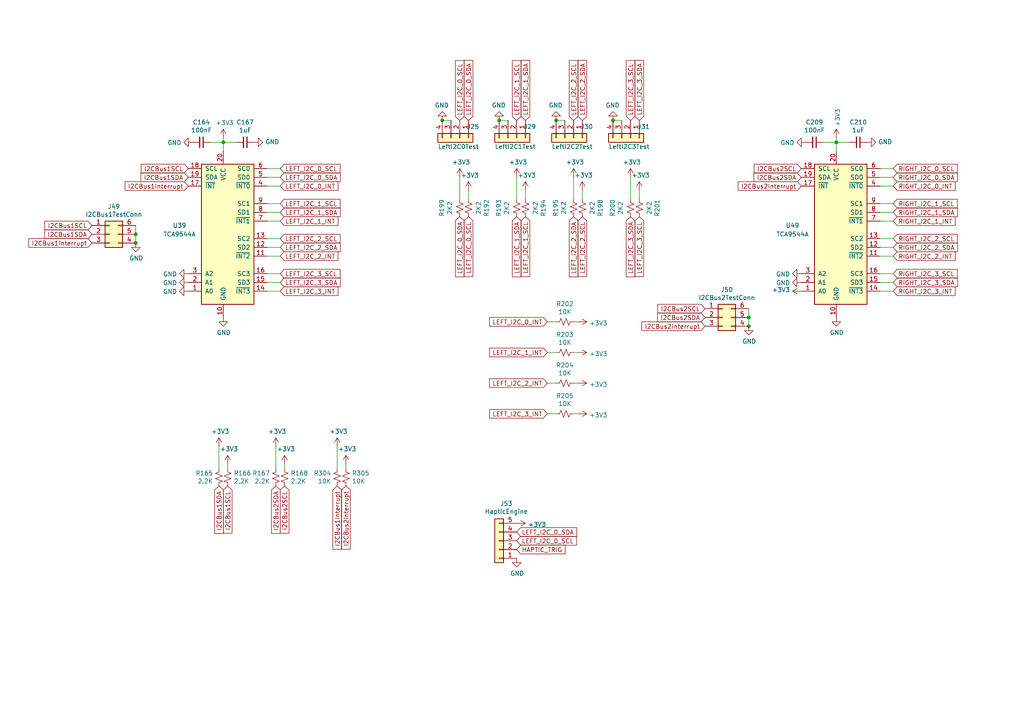
<source format=kicad_sch>
(kicad_sch (version 20210621) (generator eeschema)
  (paper "A4")
  (lib_symbols
    (symbol "Connector_Generic:Conn_01x04" (pin_names (offset 1.016) hide)
      (property "Reference" "J" (at 0 5.08 0))
      (property "Value" "Conn_01x04" (at 0 -7.62 0))
      (symbol "Conn_01x04_1_1"
        (rectangle (start -1.27 -4.953) (end 0 -5.207) (stroke (width 0.1524)))
        (rectangle (start -1.27 -2.413) (end 0 -2.667) (stroke (width 0.1524)))
        (rectangle (start -1.27 0.127) (end 0 -0.127) (stroke (width 0.1524)))
        (rectangle (start -1.27 2.667) (end 0 2.413) (stroke (width 0.1524)))
        (rectangle (start -1.27 3.81) (end 1.27 -6.35) (stroke (width 0.254)) (fill (type background)))
        (pin passive line (at -5.08 2.54 0) (length 3.81) (name "Pin_1") (number "1"))
        (pin passive line (at -5.08 0 0) (length 3.81) (name "Pin_2") (number "2"))
        (pin passive line (at -5.08 -2.54 0) (length 3.81) (name "Pin_3") (number "3"))
        (pin passive line (at -5.08 -5.08 0) (length 3.81) (name "Pin_4") (number "4"))
      )
    )
    (symbol "Connector_Generic:Conn_01x05" (pin_names (offset 1.016) hide)
      (property "Reference" "J" (at 0 7.62 0))
      (property "Value" "Conn_01x05" (at 0 -7.62 0))
      (symbol "Conn_01x05_1_1"
        (rectangle (start -1.27 -4.953) (end 0 -5.207) (stroke (width 0.1524)))
        (rectangle (start -1.27 -2.413) (end 0 -2.667) (stroke (width 0.1524)))
        (rectangle (start -1.27 0.127) (end 0 -0.127) (stroke (width 0.1524)))
        (rectangle (start -1.27 2.667) (end 0 2.413) (stroke (width 0.1524)))
        (rectangle (start -1.27 5.207) (end 0 4.953) (stroke (width 0.1524)))
        (rectangle (start -1.27 6.35) (end 1.27 -6.35) (stroke (width 0.254)) (fill (type background)))
        (pin passive line (at -5.08 5.08 0) (length 3.81) (name "Pin_1") (number "1"))
        (pin passive line (at -5.08 2.54 0) (length 3.81) (name "Pin_2") (number "2"))
        (pin passive line (at -5.08 0 0) (length 3.81) (name "Pin_3") (number "3"))
        (pin passive line (at -5.08 -2.54 0) (length 3.81) (name "Pin_4") (number "4"))
        (pin passive line (at -5.08 -5.08 0) (length 3.81) (name "Pin_5") (number "5"))
      )
    )
    (symbol "Connector_Generic:Conn_02x03_Counter_Clockwise" (pin_names (offset 1.016) hide)
      (property "Reference" "J" (at 1.27 5.08 0))
      (property "Value" "Conn_02x03_Counter_Clockwise" (at 1.27 -5.08 0))
      (symbol "Conn_02x03_Counter_Clockwise_1_1"
        (rectangle (start -1.27 -2.413) (end 0 -2.667) (stroke (width 0.1524)))
        (rectangle (start -1.27 0.127) (end 0 -0.127) (stroke (width 0.1524)))
        (rectangle (start -1.27 2.667) (end 0 2.413) (stroke (width 0.1524)))
        (rectangle (start 3.81 -2.413) (end 2.54 -2.667) (stroke (width 0.1524)))
        (rectangle (start 3.81 0.127) (end 2.54 -0.127) (stroke (width 0.1524)))
        (rectangle (start 3.81 2.667) (end 2.54 2.413) (stroke (width 0.1524)))
        (rectangle (start -1.27 3.81) (end 3.81 -3.81) (stroke (width 0.254)) (fill (type background)))
        (pin passive line (at -5.08 2.54 0) (length 3.81) (name "Pin_1") (number "1"))
        (pin passive line (at -5.08 0 0) (length 3.81) (name "Pin_2") (number "2"))
        (pin passive line (at -5.08 -2.54 0) (length 3.81) (name "Pin_3") (number "3"))
        (pin passive line (at 7.62 -2.54 180) (length 3.81) (name "Pin_4") (number "4"))
        (pin passive line (at 7.62 0 180) (length 3.81) (name "Pin_5") (number "5"))
        (pin passive line (at 7.62 2.54 180) (length 3.81) (name "Pin_6") (number "6"))
      )
    )
    (symbol "Device:C_Small" (pin_numbers hide) (pin_names (offset 0.254) hide)
      (property "Reference" "C" (at 0.254 1.778 0))
      (property "Value" "C_Small" (at 0.254 -2.032 0))
      (symbol "C_Small_0_1"
        (polyline (pts (xy -1.524 -0.508) (xy 1.524 -0.508)) (stroke (width 0.3302)))
        (polyline (pts (xy -1.524 0.508) (xy 1.524 0.508)) (stroke (width 0.3048)))
      )
      (symbol "C_Small_1_1"
        (pin passive line (at 0 2.54 270) (length 2.032) (name "~") (number "1"))
        (pin passive line (at 0 -2.54 90) (length 2.032) (name "~") (number "2"))
      )
    )
    (symbol "Device:R_Small_US" (pin_numbers hide) (pin_names (offset 0.254) hide)
      (property "Reference" "R" (at 0.762 0.508 0))
      (property "Value" "R_Small_US" (at 0.762 -1.016 0))
      (symbol "R_Small_US_1_1"
        (polyline (pts (xy 0 0) (xy 1.016 -0.381) (xy 0 -0.762) (xy -1.016 -1.143) (xy 0 -1.524)))
        (polyline (pts (xy 0 1.524) (xy 1.016 1.143) (xy 0 0.762) (xy -1.016 0.381) (xy 0 0)))
        (pin passive line (at 0 2.54 270) (length 1.016) (name "~") (number "1"))
        (pin passive line (at 0 -2.54 90) (length 1.016) (name "~") (number "2"))
      )
    )
    (symbol "Interface_Expansion:TCA9544A" (pin_names (offset 1.016))
      (property "Reference" "U" (at -5.08 20.32 0))
      (property "Value" "TCA9544A" (at 2.54 20.32 0))
      (symbol "TCA9544A_0_1"
        (rectangle (start -6.35 19.05) (end 8.89 -21.59) (stroke (width 0.254)) (fill (type background)))
      )
      (symbol "TCA9544A_1_1"
        (pin input line (at -10.16 -17.78 0) (length 3.81) (name "A0") (number "1"))
        (pin power_in line (at 0 -25.4 90) (length 3.81) (name "GND") (number "10"))
        (pin input line (at 12.7 -7.62 180) (length 3.81) (name "~{INT2}") (number "11"))
        (pin bidirectional line (at 12.7 -5.08 180) (length 3.81) (name "SD2") (number "12"))
        (pin bidirectional line (at 12.7 -2.54 180) (length 3.81) (name "SC2") (number "13"))
        (pin input line (at 12.7 -17.78 180) (length 3.81) (name "~{INT3}") (number "14"))
        (pin bidirectional line (at 12.7 -15.24 180) (length 3.81) (name "SD3") (number "15"))
        (pin bidirectional line (at 12.7 -12.7 180) (length 3.81) (name "SC3") (number "16"))
        (pin open_collector line (at -10.16 12.7 0) (length 3.81) (name "~{INT}") (number "17"))
        (pin bidirectional line (at -10.16 17.78 0) (length 3.81) (name "SCL") (number "18"))
        (pin bidirectional line (at -10.16 15.24 0) (length 3.81) (name "SDA") (number "19"))
        (pin input line (at -10.16 -15.24 0) (length 3.81) (name "A1") (number "2"))
        (pin power_in line (at 0 22.86 270) (length 3.81) (name "VCC") (number "20"))
        (pin input line (at -10.16 -12.7 0) (length 3.81) (name "A2") (number "3"))
        (pin input line (at 12.7 12.7 180) (length 3.81) (name "~{INT0}") (number "4"))
        (pin bidirectional line (at 12.7 15.24 180) (length 3.81) (name "SD0") (number "5"))
        (pin bidirectional line (at 12.7 17.78 180) (length 3.81) (name "SC0") (number "6"))
        (pin input line (at 12.7 2.54 180) (length 3.81) (name "~{INT1}") (number "7"))
        (pin bidirectional line (at 12.7 5.08 180) (length 3.81) (name "SD1") (number "8"))
        (pin bidirectional line (at 12.7 7.62 180) (length 3.81) (name "SC1") (number "9"))
      )
    )
    (symbol "power:+3.3V" (power) (pin_names (offset 0))
      (property "Value" "+3.3V" (at 0 3.556 0))
      (symbol "+3.3V_0_1"
        (polyline (pts (xy -0.762 1.27) (xy 0 2.54)))
        (polyline (pts (xy 0 0) (xy 0 2.54)))
        (polyline (pts (xy 0 2.54) (xy 0.762 1.27)))
      )
      (symbol "+3.3V_1_1"
        (pin power_in line (at 0 0 90) (length 0) hide (name "+3V3") (number "1"))
      )
    )
    (symbol "power:GND" (power) (pin_names (offset 0))
      (property "Value" "GND" (at 0 -3.81 0))
      (symbol "GND_0_1"
        (polyline (pts (xy 0 0) (xy 0 -1.27) (xy 1.27 -1.27) (xy 0 -2.54) (xy -1.27 -1.27) (xy 0 -1.27)))
      )
      (symbol "GND_1_1"
        (pin power_in line (at 0 0 270) (length 0) hide (name "GND") (number "1"))
      )
    )
  )
  (junction (at 39.37 67.945))
  (junction (at 39.37 70.485))
  (junction (at 64.77 41.275))
  (junction (at 128.27 34.925))
  (junction (at 144.78 34.925))
  (junction (at 161.29 34.925))
  (junction (at 177.8 34.925))
  (junction (at 217.17 92.075))
  (junction (at 217.17 94.615))
  (junction (at 242.57 41.275))
  (junction (at 306.07 34.925))
  (junction (at 322.58 34.925))
  (junction (at 339.09 34.925))
  (junction (at 355.6 34.925))
  (wire (pts (xy 39.37 65.405) (xy 39.37 67.945)))
  (wire (pts (xy 39.37 67.945) (xy 39.37 70.485)))
  (wire (pts (xy 60.96 41.275) (xy 64.77 41.275)))
  (wire (pts (xy 63.5 129.54) (xy 63.5 135.89)))
  (wire (pts (xy 64.77 40.005) (xy 64.77 41.275)))
  (wire (pts (xy 64.77 41.275) (xy 64.77 43.815)))
  (wire (pts (xy 66.04 134.62) (xy 66.04 135.89)))
  (wire (pts (xy 68.58 41.275) (xy 64.77 41.275)))
  (wire (pts (xy 77.47 48.895) (xy 81.28 48.895)))
  (wire (pts (xy 77.47 51.435) (xy 81.28 51.435)))
  (wire (pts (xy 77.47 53.975) (xy 81.28 53.975)))
  (wire (pts (xy 77.47 59.055) (xy 81.28 59.055)))
  (wire (pts (xy 77.47 61.595) (xy 81.28 61.595)))
  (wire (pts (xy 77.47 64.135) (xy 81.28 64.135)))
  (wire (pts (xy 77.47 69.215) (xy 81.28 69.215)))
  (wire (pts (xy 77.47 71.755) (xy 81.28 71.755)))
  (wire (pts (xy 77.47 74.295) (xy 81.28 74.295)))
  (wire (pts (xy 77.47 79.375) (xy 81.28 79.375)))
  (wire (pts (xy 77.47 81.915) (xy 81.28 81.915)))
  (wire (pts (xy 77.47 84.455) (xy 81.28 84.455)))
  (wire (pts (xy 80.01 129.54) (xy 80.01 135.89)))
  (wire (pts (xy 82.55 134.62) (xy 82.55 135.89)))
  (wire (pts (xy 97.79 129.54) (xy 97.79 135.89)))
  (wire (pts (xy 100.33 134.62) (xy 100.33 135.89)))
  (wire (pts (xy 130.81 34.925) (xy 128.27 34.925)))
  (wire (pts (xy 133.35 51.435) (xy 133.35 57.785)))
  (wire (pts (xy 135.89 55.245) (xy 135.89 57.785)))
  (wire (pts (xy 147.32 34.925) (xy 144.78 34.925)))
  (wire (pts (xy 149.86 51.435) (xy 149.86 57.785)))
  (wire (pts (xy 152.4 55.245) (xy 152.4 57.785)))
  (wire (pts (xy 158.75 93.345) (xy 161.29 93.345)))
  (wire (pts (xy 158.75 102.235) (xy 161.29 102.235)))
  (wire (pts (xy 158.75 111.125) (xy 161.29 111.125)))
  (wire (pts (xy 158.75 120.015) (xy 161.29 120.015)))
  (wire (pts (xy 163.83 34.925) (xy 161.29 34.925)))
  (wire (pts (xy 166.37 51.435) (xy 166.37 57.785)))
  (wire (pts (xy 167.64 93.345) (xy 166.37 93.345)))
  (wire (pts (xy 167.64 102.235) (xy 166.37 102.235)))
  (wire (pts (xy 167.64 111.125) (xy 166.37 111.125)))
  (wire (pts (xy 167.64 120.015) (xy 166.37 120.015)))
  (wire (pts (xy 168.91 55.245) (xy 168.91 57.785)))
  (wire (pts (xy 180.34 34.925) (xy 177.8 34.925)))
  (wire (pts (xy 182.88 51.435) (xy 182.88 57.785)))
  (wire (pts (xy 185.42 55.245) (xy 185.42 57.785)))
  (wire (pts (xy 217.17 89.535) (xy 217.17 92.075)))
  (wire (pts (xy 217.17 92.075) (xy 217.17 94.615)))
  (wire (pts (xy 238.76 41.275) (xy 242.57 41.275)))
  (wire (pts (xy 242.57 40.005) (xy 242.57 41.275)))
  (wire (pts (xy 242.57 41.275) (xy 242.57 43.815)))
  (wire (pts (xy 246.38 41.275) (xy 242.57 41.275)))
  (wire (pts (xy 255.27 48.895) (xy 259.08 48.895)))
  (wire (pts (xy 255.27 51.435) (xy 259.08 51.435)))
  (wire (pts (xy 255.27 53.975) (xy 259.08 53.975)))
  (wire (pts (xy 255.27 59.055) (xy 259.08 59.055)))
  (wire (pts (xy 255.27 61.595) (xy 259.08 61.595)))
  (wire (pts (xy 255.27 64.135) (xy 259.08 64.135)))
  (wire (pts (xy 255.27 69.215) (xy 259.08 69.215)))
  (wire (pts (xy 255.27 71.755) (xy 259.08 71.755)))
  (wire (pts (xy 255.27 74.295) (xy 259.08 74.295)))
  (wire (pts (xy 255.27 79.375) (xy 259.08 79.375)))
  (wire (pts (xy 255.27 81.915) (xy 259.08 81.915)))
  (wire (pts (xy 255.27 84.455) (xy 259.08 84.455)))
  (wire (pts (xy 308.61 34.925) (xy 306.07 34.925)))
  (wire (pts (xy 311.15 51.435) (xy 311.15 57.785)))
  (wire (pts (xy 313.69 55.245) (xy 313.69 57.785)))
  (wire (pts (xy 325.12 34.925) (xy 322.58 34.925)))
  (wire (pts (xy 327.66 51.435) (xy 327.66 57.785)))
  (wire (pts (xy 330.2 55.245) (xy 330.2 57.785)))
  (wire (pts (xy 337.82 93.345) (xy 339.09 93.345)))
  (wire (pts (xy 337.82 100.965) (xy 339.09 100.965)))
  (wire (pts (xy 337.82 108.585) (xy 339.09 108.585)))
  (wire (pts (xy 337.82 116.205) (xy 339.09 116.205)))
  (wire (pts (xy 341.63 34.925) (xy 339.09 34.925)))
  (wire (pts (xy 344.17 51.435) (xy 344.17 57.785)))
  (wire (pts (xy 345.44 93.345) (xy 344.17 93.345)))
  (wire (pts (xy 345.44 100.965) (xy 344.17 100.965)))
  (wire (pts (xy 345.44 108.585) (xy 344.17 108.585)))
  (wire (pts (xy 345.44 116.205) (xy 344.17 116.205)))
  (wire (pts (xy 346.71 55.245) (xy 346.71 57.785)))
  (wire (pts (xy 358.14 34.925) (xy 355.6 34.925)))
  (wire (pts (xy 360.68 51.435) (xy 360.68 57.785)))
  (wire (pts (xy 363.22 55.245) (xy 363.22 57.785)))
  (global_label "I2CBus1SCL" (shape input) (at 26.67 65.405 180) (property "Intersheet References" "${INTERSHEET_REFS}" (effects hide)))
  (global_label "I2CBus1SDA" (shape input) (at 26.67 67.945 180) (property "Intersheet References" "${INTERSHEET_REFS}" (effects hide)))
  (global_label "I2CBus1Interrupt" (shape input) (at 26.67 70.485 180) (property "Intersheet References" "${INTERSHEET_REFS}" (effects hide)))
  (global_label "I2CBus1SCL" (shape input) (at 54.61 48.895 180) (property "Intersheet References" "${INTERSHEET_REFS}" (effects hide)))
  (global_label "I2CBus1SDA" (shape input) (at 54.61 51.435 180) (property "Intersheet References" "${INTERSHEET_REFS}" (effects hide)))
  (global_label "I2CBus1Interrupt" (shape input) (at 54.61 53.975 180) (property "Intersheet References" "${INTERSHEET_REFS}" (effects hide)))
  (global_label "I2CBus1SDA" (shape input) (at 63.5 140.97 270) (property "Intersheet References" "${INTERSHEET_REFS}" (effects hide)))
  (global_label "I2CBus1SCL" (shape input) (at 66.04 140.97 270) (property "Intersheet References" "${INTERSHEET_REFS}" (effects hide)))
  (global_label "I2CBus2SDA" (shape input) (at 80.01 140.97 270) (property "Intersheet References" "${INTERSHEET_REFS}" (effects hide)))
  (global_label "LEFT_I2C_0_SCL" (shape input) (at 81.28 48.895 0) (property "Intersheet References" "${INTERSHEET_REFS}" (effects hide)))
  (global_label "LEFT_I2C_0_SDA" (shape input) (at 81.28 51.435 0) (property "Intersheet References" "${INTERSHEET_REFS}" (effects hide)))
  (global_label "LEFT_I2C_0_INT" (shape input) (at 81.28 53.975 0) (property "Intersheet References" "${INTERSHEET_REFS}" (effects hide)))
  (global_label "LEFT_I2C_1_SCL" (shape input) (at 81.28 59.055 0) (property "Intersheet References" "${INTERSHEET_REFS}" (effects hide)))
  (global_label "LEFT_I2C_1_SDA" (shape input) (at 81.28 61.595 0) (property "Intersheet References" "${INTERSHEET_REFS}" (effects hide)))
  (global_label "LEFT_I2C_1_INT" (shape input) (at 81.28 64.135 0) (property "Intersheet References" "${INTERSHEET_REFS}" (effects hide)))
  (global_label "LEFT_I2C_2_SCL" (shape input) (at 81.28 69.215 0) (property "Intersheet References" "${INTERSHEET_REFS}" (effects hide)))
  (global_label "LEFT_I2C_2_SDA" (shape input) (at 81.28 71.755 0) (property "Intersheet References" "${INTERSHEET_REFS}" (effects hide)))
  (global_label "LEFT_I2C_2_INT" (shape input) (at 81.28 74.295 0) (property "Intersheet References" "${INTERSHEET_REFS}" (effects hide)))
  (global_label "LEFT_I2C_3_SCL" (shape input) (at 81.28 79.375 0) (property "Intersheet References" "${INTERSHEET_REFS}" (effects hide)))
  (global_label "LEFT_I2C_3_SDA" (shape input) (at 81.28 81.915 0) (property "Intersheet References" "${INTERSHEET_REFS}" (effects hide)))
  (global_label "LEFT_I2C_3_INT" (shape input) (at 81.28 84.455 0) (property "Intersheet References" "${INTERSHEET_REFS}" (effects hide)))
  (global_label "I2CBus2SCL" (shape input) (at 82.55 140.97 270) (property "Intersheet References" "${INTERSHEET_REFS}" (effects hide)))
  (global_label "I2CBus1Interrupt" (shape input) (at 97.79 140.97 270) (property "Intersheet References" "${INTERSHEET_REFS}" (effects hide)))
  (global_label "I2CBus2Interrupt" (shape input) (at 100.33 140.97 270) (property "Intersheet References" "${INTERSHEET_REFS}" (effects hide)))
  (global_label "LEFT_I2C_0_SCL" (shape input) (at 133.35 34.925 90) (property "Intersheet References" "${INTERSHEET_REFS}" (effects hide)))
  (global_label "LEFT_I2C_0_SDA" (shape input) (at 133.35 62.865 270) (property "Intersheet References" "${INTERSHEET_REFS}" (effects hide)))
  (global_label "LEFT_I2C_0_SDA" (shape input) (at 135.89 34.925 90) (property "Intersheet References" "${INTERSHEET_REFS}" (effects hide)))
  (global_label "LEFT_I2C_0_SCL" (shape input) (at 135.89 62.865 270) (property "Intersheet References" "${INTERSHEET_REFS}" (effects hide)))
  (global_label "LEFT_I2C_1_SCL" (shape input) (at 149.86 34.925 90) (property "Intersheet References" "${INTERSHEET_REFS}" (effects hide)))
  (global_label "LEFT_I2C_1_SDA" (shape input) (at 149.86 62.865 270) (property "Intersheet References" "${INTERSHEET_REFS}" (effects hide)))
  (global_label "LEFT_I2C_0_SDA" (shape input) (at 149.86 154.305 0) (property "Intersheet References" "${INTERSHEET_REFS}" (effects hide)))
  (global_label "LEFT_I2C_0_SCL" (shape input) (at 149.86 156.845 0) (property "Intersheet References" "${INTERSHEET_REFS}" (effects hide)))
  (global_label "HAPTIC_TRIG" (shape input) (at 149.86 159.385 0) (property "Intersheet References" "${INTERSHEET_REFS}" (effects hide)))
  (global_label "LEFT_I2C_1_SDA" (shape input) (at 152.4 34.925 90) (property "Intersheet References" "${INTERSHEET_REFS}" (effects hide)))
  (global_label "LEFT_I2C_1_SCL" (shape input) (at 152.4 62.865 270) (property "Intersheet References" "${INTERSHEET_REFS}" (effects hide)))
  (global_label "LEFT_I2C_0_INT" (shape input) (at 158.75 93.345 180) (property "Intersheet References" "${INTERSHEET_REFS}" (effects hide)))
  (global_label "LEFT_I2C_1_INT" (shape input) (at 158.75 102.235 180) (property "Intersheet References" "${INTERSHEET_REFS}" (effects hide)))
  (global_label "LEFT_I2C_2_INT" (shape input) (at 158.75 111.125 180) (property "Intersheet References" "${INTERSHEET_REFS}" (effects hide)))
  (global_label "LEFT_I2C_3_INT" (shape input) (at 158.75 120.015 180) (property "Intersheet References" "${INTERSHEET_REFS}" (effects hide)))
  (global_label "LEFT_I2C_2_SCL" (shape input) (at 166.37 34.925 90) (property "Intersheet References" "${INTERSHEET_REFS}" (effects hide)))
  (global_label "LEFT_I2C_2_SDA" (shape input) (at 166.37 62.865 270) (property "Intersheet References" "${INTERSHEET_REFS}" (effects hide)))
  (global_label "LEFT_I2C_2_SDA" (shape input) (at 168.91 34.925 90) (property "Intersheet References" "${INTERSHEET_REFS}" (effects hide)))
  (global_label "LEFT_I2C_2_SCL" (shape input) (at 168.91 62.865 270) (property "Intersheet References" "${INTERSHEET_REFS}" (effects hide)))
  (global_label "LEFT_I2C_3_SCL" (shape input) (at 182.88 34.925 90) (property "Intersheet References" "${INTERSHEET_REFS}" (effects hide)))
  (global_label "LEFT_I2C_3_SDA" (shape input) (at 182.88 62.865 270) (property "Intersheet References" "${INTERSHEET_REFS}" (effects hide)))
  (global_label "LEFT_I2C_3_SDA" (shape input) (at 185.42 34.925 90) (property "Intersheet References" "${INTERSHEET_REFS}" (effects hide)))
  (global_label "LEFT_I2C_3_SCL" (shape input) (at 185.42 62.865 270) (property "Intersheet References" "${INTERSHEET_REFS}" (effects hide)))
  (global_label "I2CBus2SCL" (shape input) (at 204.47 89.535 180) (property "Intersheet References" "${INTERSHEET_REFS}" (effects hide)))
  (global_label "I2CBus2SDA" (shape input) (at 204.47 92.075 180) (property "Intersheet References" "${INTERSHEET_REFS}" (effects hide)))
  (global_label "I2CBus2Interrupt" (shape input) (at 204.47 94.615 180) (property "Intersheet References" "${INTERSHEET_REFS}" (effects hide)))
  (global_label "I2CBus2SCL" (shape input) (at 232.41 48.895 180) (property "Intersheet References" "${INTERSHEET_REFS}" (effects hide)))
  (global_label "I2CBus2SDA" (shape input) (at 232.41 51.435 180) (property "Intersheet References" "${INTERSHEET_REFS}" (effects hide)))
  (global_label "I2CBus2Interrupt" (shape input) (at 232.41 53.975 180) (property "Intersheet References" "${INTERSHEET_REFS}" (effects hide)))
  (global_label "RIGHT_I2C_0_SCL" (shape input) (at 259.08 48.895 0) (property "Intersheet References" "${INTERSHEET_REFS}" (effects hide)))
  (global_label "RIGHT_I2C_0_SDA" (shape input) (at 259.08 51.435 0) (property "Intersheet References" "${INTERSHEET_REFS}" (effects hide)))
  (global_label "RIGHT_I2C_0_INT" (shape input) (at 259.08 53.975 0) (property "Intersheet References" "${INTERSHEET_REFS}" (effects hide)))
  (global_label "RIGHT_I2C_1_SCL" (shape input) (at 259.08 59.055 0) (property "Intersheet References" "${INTERSHEET_REFS}" (effects hide)))
  (global_label "RIGHT_I2C_1_SDA" (shape input) (at 259.08 61.595 0) (property "Intersheet References" "${INTERSHEET_REFS}" (effects hide)))
  (global_label "RIGHT_I2C_1_INT" (shape input) (at 259.08 64.135 0) (property "Intersheet References" "${INTERSHEET_REFS}" (effects hide)))
  (global_label "RIGHT_I2C_2_SCL" (shape input) (at 259.08 69.215 0) (property "Intersheet References" "${INTERSHEET_REFS}" (effects hide)))
  (global_label "RIGHT_I2C_2_SDA" (shape input) (at 259.08 71.755 0) (property "Intersheet References" "${INTERSHEET_REFS}" (effects hide)))
  (global_label "RIGHT_I2C_2_INT" (shape input) (at 259.08 74.295 0) (property "Intersheet References" "${INTERSHEET_REFS}" (effects hide)))
  (global_label "RIGHT_I2C_3_SCL" (shape input) (at 259.08 79.375 0) (property "Intersheet References" "${INTERSHEET_REFS}" (effects hide)))
  (global_label "RIGHT_I2C_3_SDA" (shape input) (at 259.08 81.915 0) (property "Intersheet References" "${INTERSHEET_REFS}" (effects hide)))
  (global_label "RIGHT_I2C_3_INT" (shape input) (at 259.08 84.455 0) (property "Intersheet References" "${INTERSHEET_REFS}" (effects hide)))
  (global_label "RIGHT_I2C_0_SCL" (shape input) (at 311.15 34.925 90) (property "Intersheet References" "${INTERSHEET_REFS}" (effects hide)))
  (global_label "RIGHT_I2C_0_SDA" (shape input) (at 311.15 62.865 270) (property "Intersheet References" "${INTERSHEET_REFS}" (effects hide)))
  (global_label "RIGHT_I2C_0_SDA" (shape input) (at 313.69 34.925 90) (property "Intersheet References" "${INTERSHEET_REFS}" (effects hide)))
  (global_label "RIGHT_I2C_0_SCL" (shape input) (at 313.69 62.865 270) (property "Intersheet References" "${INTERSHEET_REFS}" (effects hide)))
  (global_label "RIGHT_I2C_1_SCL" (shape input) (at 327.66 34.925 90) (property "Intersheet References" "${INTERSHEET_REFS}" (effects hide)))
  (global_label "RIGHT_I2C_1_SDA" (shape input) (at 327.66 62.865 270) (property "Intersheet References" "${INTERSHEET_REFS}" (effects hide)))
  (global_label "RIGHT_I2C_1_SDA" (shape input) (at 330.2 34.925 90) (property "Intersheet References" "${INTERSHEET_REFS}" (effects hide)))
  (global_label "RIGHT_I2C_1_SCL" (shape input) (at 330.2 62.865 270) (property "Intersheet References" "${INTERSHEET_REFS}" (effects hide)))
  (global_label "RIGHT_I2C_0_INT" (shape input) (at 337.82 93.345 180) (property "Intersheet References" "${INTERSHEET_REFS}" (effects hide)))
  (global_label "RIGHT_I2C_1_INT" (shape input) (at 337.82 100.965 180) (property "Intersheet References" "${INTERSHEET_REFS}" (effects hide)))
  (global_label "RIGHT_I2C_2_INT" (shape input) (at 337.82 108.585 180) (property "Intersheet References" "${INTERSHEET_REFS}" (effects hide)))
  (global_label "RIGHT_I2C_3_INT" (shape input) (at 337.82 116.205 180) (property "Intersheet References" "${INTERSHEET_REFS}" (effects hide)))
  (global_label "RIGHT_I2C_2_SCL" (shape input) (at 344.17 34.925 90) (property "Intersheet References" "${INTERSHEET_REFS}" (effects hide)))
  (global_label "RIGHT_I2C_2_SDA" (shape input) (at 344.17 62.865 270) (property "Intersheet References" "${INTERSHEET_REFS}" (effects hide)))
  (global_label "RIGHT_I2C_2_SDA" (shape input) (at 346.71 34.925 90) (property "Intersheet References" "${INTERSHEET_REFS}" (effects hide)))
  (global_label "RIGHT_I2C_2_SCL" (shape input) (at 346.71 62.865 270) (property "Intersheet References" "${INTERSHEET_REFS}" (effects hide)))
  (global_label "RIGHT_I2C_3_SCL" (shape input) (at 360.68 34.925 90) (property "Intersheet References" "${INTERSHEET_REFS}" (effects hide)))
  (global_label "RIGHT_I2C_3_SDA" (shape input) (at 360.68 62.865 270) (property "Intersheet References" "${INTERSHEET_REFS}" (effects hide)))
  (global_label "RIGHT_I2C_3_SDA" (shape input) (at 363.22 34.925 90) (property "Intersheet References" "${INTERSHEET_REFS}" (effects hide)))
  (global_label "RIGHT_I2C_3_SCL" (shape input) (at 363.22 62.865 270) (property "Intersheet References" "${INTERSHEET_REFS}" (effects hide)))
  (symbol (lib_id "power:+3.3V") (at 63.5 129.54 0) (unit 1)
    (property "Reference" "#PWR0430" (effects hide))
    (property "Value" "+3.3V" (at 63.881 125.1458 0))
  )
  (symbol (lib_id "power:+3.3V") (at 64.77 40.005 0) (unit 1)
    (property "Reference" "#PWR0451" (effects hide))
    (property "Value" "+3.3V" (at 65.151 35.6108 0))
  )
  (symbol (lib_id "power:+3.3V") (at 66.04 134.62 0) (unit 1)
    (property "Reference" "#PWR0432" (effects hide))
    (property "Value" "+3.3V" (at 66.421 130.2258 0))
  )
  (symbol (lib_id "power:+3.3V") (at 80.01 129.54 0) (unit 1)
    (property "Reference" "#PWR0434" (effects hide))
    (property "Value" "+3.3V" (at 80.391 125.1458 0))
  )
  (symbol (lib_id "power:+3.3V") (at 82.55 134.62 0) (unit 1)
    (property "Reference" "#PWR0436" (effects hide))
    (property "Value" "+3.3V" (at 82.931 130.2258 0))
  )
  (symbol (lib_id "power:+3.3V") (at 97.79 129.54 0) (unit 1)
    (property "Reference" "#PWR0588" (effects hide))
    (property "Value" "+3.3V" (at 98.171 125.1458 0))
  )
  (symbol (lib_id "power:+3.3V") (at 100.33 134.62 0) (unit 1)
    (property "Reference" "#PWR0665" (effects hide))
    (property "Value" "+3.3V" (at 100.711 130.2258 0))
  )
  (symbol (lib_id "power:+3.3V") (at 133.35 51.435 0) (unit 1)
    (property "Reference" "#PWR0442" (effects hide))
    (property "Value" "+3.3V" (at 133.731 47.0408 0))
  )
  (symbol (lib_id "power:+3.3V") (at 135.89 55.245 0) (unit 1)
    (property "Reference" "#PWR0443" (effects hide))
    (property "Value" "+3.3V" (at 136.271 50.8508 0))
  )
  (symbol (lib_id "power:+3.3V") (at 149.86 51.435 0) (unit 1)
    (property "Reference" "#PWR0444" (effects hide))
    (property "Value" "+3.3V" (at 150.241 47.0408 0))
  )
  (symbol (lib_id "power:+3.3V") (at 149.86 151.765 270) (unit 1)
    (property "Reference" "#PWR0975" (effects hide))
    (property "Value" "+3.3V" (at 153.1112 152.146 90) (effects (justify left)))
  )
  (symbol (lib_id "power:+3.3V") (at 152.4 55.245 0) (unit 1)
    (property "Reference" "#PWR0446" (effects hide))
    (property "Value" "+3.3V" (at 152.781 50.8508 0))
  )
  (symbol (lib_id "power:+3.3V") (at 166.37 51.435 0) (unit 1)
    (property "Reference" "#PWR0447" (effects hide))
    (property "Value" "+3.3V" (at 166.751 47.0408 0))
  )
  (symbol (lib_id "power:+3.3V") (at 167.64 93.345 270) (unit 1)
    (property "Reference" "#PWR0438" (effects hide))
    (property "Value" "+3.3V" (at 170.8912 93.726 90) (effects (justify left)))
  )
  (symbol (lib_id "power:+3.3V") (at 167.64 102.235 270) (unit 1)
    (property "Reference" "#PWR0439" (effects hide))
    (property "Value" "+3.3V" (at 170.8912 102.616 90) (effects (justify left)))
  )
  (symbol (lib_id "power:+3.3V") (at 167.64 111.125 270) (unit 1)
    (property "Reference" "#PWR0440" (effects hide))
    (property "Value" "+3.3V" (at 170.8912 111.506 90) (effects (justify left)))
  )
  (symbol (lib_id "power:+3.3V") (at 167.64 120.015 270) (unit 1)
    (property "Reference" "#PWR0441" (effects hide))
    (property "Value" "+3.3V" (at 170.8912 120.396 90) (effects (justify left)))
  )
  (symbol (lib_id "power:+3.3V") (at 168.91 55.245 0) (unit 1)
    (property "Reference" "#PWR0448" (effects hide))
    (property "Value" "+3.3V" (at 169.291 50.8508 0))
  )
  (symbol (lib_id "power:+3.3V") (at 182.88 51.435 0) (unit 1)
    (property "Reference" "#PWR0449" (effects hide))
    (property "Value" "+3.3V" (at 183.261 47.0408 0))
  )
  (symbol (lib_id "power:+3.3V") (at 185.42 55.245 0) (unit 1)
    (property "Reference" "#PWR0450" (effects hide))
    (property "Value" "+3.3V" (at 185.801 50.8508 0))
  )
  (symbol (lib_id "power:+3.3V") (at 232.41 84.455 90) (unit 1)
    (property "Reference" "#PWR0610" (effects hide))
    (property "Value" "+3.3V" (at 229.1588 84.074 90) (effects (justify left)))
  )
  (symbol (lib_id "power:+3.3V") (at 242.57 40.005 0) (unit 1)
    (property "Reference" "#PWR0424" (effects hide))
    (property "Value" "+3.3V" (at 242.951 36.7538 90) (effects (justify left)))
  )
  (symbol (lib_id "power:+3.3V") (at 311.15 51.435 0) (unit 1)
    (property "Reference" "#PWR0469" (effects hide))
    (property "Value" "+3.3V" (at 311.531 47.0408 0))
  )
  (symbol (lib_id "power:+3.3V") (at 313.69 55.245 0) (unit 1)
    (property "Reference" "#PWR0471" (effects hide))
    (property "Value" "+3.3V" (at 314.071 50.8508 0))
  )
  (symbol (lib_id "power:+3.3V") (at 327.66 51.435 0) (unit 1)
    (property "Reference" "#PWR0472" (effects hide))
    (property "Value" "+3.3V" (at 328.041 47.0408 0))
  )
  (symbol (lib_id "power:+3.3V") (at 330.2 55.245 0) (unit 1)
    (property "Reference" "#PWR0473" (effects hide))
    (property "Value" "+3.3V" (at 330.581 50.8508 0))
  )
  (symbol (lib_id "power:+3.3V") (at 344.17 51.435 0) (unit 1)
    (property "Reference" "#PWR0477" (effects hide))
    (property "Value" "+3.3V" (at 344.551 47.0408 0))
  )
  (symbol (lib_id "power:+3.3V") (at 345.44 93.345 270) (unit 1)
    (property "Reference" "#PWR0485" (effects hide))
    (property "Value" "+3.3V" (at 348.6912 93.726 90) (effects (justify left)))
  )
  (symbol (lib_id "power:+3.3V") (at 345.44 100.965 270) (unit 1)
    (property "Reference" "#PWR0487" (effects hide))
    (property "Value" "+3.3V" (at 348.6912 101.346 90) (effects (justify left)))
  )
  (symbol (lib_id "power:+3.3V") (at 345.44 108.585 270) (unit 1)
    (property "Reference" "#PWR0491" (effects hide))
    (property "Value" "+3.3V" (at 348.6912 108.966 90) (effects (justify left)))
  )
  (symbol (lib_id "power:+3.3V") (at 345.44 116.205 270) (unit 1)
    (property "Reference" "#PWR0659" (effects hide))
    (property "Value" "+3.3V" (at 348.6912 116.586 90) (effects (justify left)))
  )
  (symbol (lib_id "power:+3.3V") (at 346.71 55.245 0) (unit 1)
    (property "Reference" "#PWR0479" (effects hide))
    (property "Value" "+3.3V" (at 347.091 50.8508 0))
  )
  (symbol (lib_id "power:+3.3V") (at 360.68 51.435 0) (unit 1)
    (property "Reference" "#PWR0480" (effects hide))
    (property "Value" "+3.3V" (at 361.061 47.0408 0))
  )
  (symbol (lib_id "power:+3.3V") (at 363.22 55.245 0) (unit 1)
    (property "Reference" "#PWR0481" (effects hide))
    (property "Value" "+3.3V" (at 363.601 50.8508 0))
  )
  (symbol (lib_id "power:GND") (at 39.37 70.485 0) (unit 1)
    (property "Reference" "#PWR0962" (effects hide))
    (property "Value" "GND" (at 39.497 74.8792 0))
  )
  (symbol (lib_id "power:GND") (at 54.61 79.375 270) (unit 1)
    (property "Reference" "#PWR0496" (effects hide))
    (property "Value" "GND" (at 51.3588 79.502 90) (effects (justify right)))
  )
  (symbol (lib_id "power:GND") (at 54.61 81.915 270) (unit 1)
    (property "Reference" "#PWR0497" (effects hide))
    (property "Value" "GND" (at 51.3588 82.042 90) (effects (justify right)))
  )
  (symbol (lib_id "power:GND") (at 54.61 84.455 270) (unit 1)
    (property "Reference" "#PWR0498" (effects hide))
    (property "Value" "GND" (at 51.3588 84.582 90) (effects (justify right)))
  )
  (symbol (lib_id "power:GND") (at 55.88 41.275 270) (unit 1)
    (property "Reference" "#PWR0501" (effects hide))
    (property "Value" "GND" (at 52.6288 41.402 90) (effects (justify right)))
  )
  (symbol (lib_id "power:GND") (at 64.77 92.075 0) (unit 1)
    (property "Reference" "#PWR0499" (effects hide))
    (property "Value" "GND" (at 64.897 96.4692 0))
  )
  (symbol (lib_id "power:GND") (at 73.66 41.275 90) (unit 1)
    (property "Reference" "#PWR0502" (effects hide))
    (property "Value" "GND" (at 76.9112 41.148 90) (effects (justify right)))
  )
  (symbol (lib_id "power:GND") (at 128.27 34.925 180) (unit 1)
    (property "Reference" "#PWR0934" (effects hide))
    (property "Value" "GND" (at 128.143 30.5308 0))
  )
  (symbol (lib_id "power:GND") (at 144.78 34.925 180) (unit 1)
    (property "Reference" "#PWR0935" (effects hide))
    (property "Value" "GND" (at 144.653 30.5308 0))
  )
  (symbol (lib_id "power:GND") (at 149.86 161.925 0) (unit 1)
    (property "Reference" "#PWR0974" (effects hide))
    (property "Value" "GND" (at 149.987 166.3192 0))
  )
  (symbol (lib_id "power:GND") (at 161.29 34.925 180) (unit 1)
    (property "Reference" "#PWR0936" (effects hide))
    (property "Value" "GND" (at 161.163 30.5308 0))
  )
  (symbol (lib_id "power:GND") (at 177.8 34.925 180) (unit 1)
    (property "Reference" "#PWR0937" (effects hide))
    (property "Value" "GND" (at 177.673 30.5308 0))
  )
  (symbol (lib_id "power:GND") (at 217.17 94.615 0) (unit 1)
    (property "Reference" "#PWR0963" (effects hide))
    (property "Value" "GND" (at 217.297 99.0092 0))
  )
  (symbol (lib_id "power:GND") (at 232.41 79.375 270) (unit 1)
    (property "Reference" "#PWR0592" (effects hide))
    (property "Value" "GND" (at 229.1588 79.502 90) (effects (justify right)))
  )
  (symbol (lib_id "power:GND") (at 232.41 81.915 270) (unit 1)
    (property "Reference" "#PWR0593" (effects hide))
    (property "Value" "GND" (at 229.1588 82.042 90) (effects (justify right)))
  )
  (symbol (lib_id "power:GND") (at 233.68 41.275 270) (unit 1)
    (property "Reference" "#PWR0596" (effects hide))
    (property "Value" "GND" (at 230.4288 41.402 90) (effects (justify right)))
  )
  (symbol (lib_id "power:GND") (at 242.57 92.075 0) (unit 1)
    (property "Reference" "#PWR0594" (effects hide))
    (property "Value" "GND" (at 242.697 96.4692 0))
  )
  (symbol (lib_id "power:GND") (at 251.46 41.275 90) (unit 1)
    (property "Reference" "#PWR0597" (effects hide))
    (property "Value" "GND" (at 254.7112 41.148 90) (effects (justify right)))
  )
  (symbol (lib_id "power:GND") (at 306.07 34.925 180) (unit 1)
    (property "Reference" "#PWR0938" (effects hide))
    (property "Value" "GND" (at 305.943 30.5308 0))
  )
  (symbol (lib_id "power:GND") (at 322.58 34.925 180) (unit 1)
    (property "Reference" "#PWR0939" (effects hide))
    (property "Value" "GND" (at 322.453 30.5308 0))
  )
  (symbol (lib_id "power:GND") (at 339.09 34.925 180) (unit 1)
    (property "Reference" "#PWR0940" (effects hide))
    (property "Value" "GND" (at 338.963 30.5308 0))
  )
  (symbol (lib_id "power:GND") (at 355.6 34.925 180) (unit 1)
    (property "Reference" "#PWR0941" (effects hide))
    (property "Value" "GND" (at 355.473 30.5308 0))
  )
  (symbol (lib_id "Device:R_Small_US") (at 63.5 138.43 0) (mirror x) (unit 1)
    (property "Reference" "R165" (at 61.7982 137.2616 0) (effects (justify right)))
    (property "Value" "2.2K" (at 61.7982 139.573 0) (effects (justify right)))
    (property "Footprint" "Resistor_SMD:R_0603_1608Metric" (effects hide))
    (property "LCSC" "C4190" (effects hide))
  )
  (symbol (lib_id "Device:R_Small_US") (at 66.04 138.43 180) (unit 1)
    (property "Reference" "R166" (at 67.7672 137.2616 0) (effects (justify right)))
    (property "Value" "2.2K" (at 67.7672 139.573 0) (effects (justify right)))
    (property "Footprint" "Resistor_SMD:R_0603_1608Metric" (effects hide))
    (property "LCSC" "C4190" (effects hide))
  )
  (symbol (lib_id "Device:R_Small_US") (at 80.01 138.43 0) (mirror x) (unit 1)
    (property "Reference" "R167" (at 78.3082 137.2616 0) (effects (justify right)))
    (property "Value" "2.2K" (at 78.3082 139.573 0) (effects (justify right)))
    (property "Footprint" "Resistor_SMD:R_0603_1608Metric" (effects hide))
    (property "LCSC" "C4190" (effects hide))
  )
  (symbol (lib_id "Device:R_Small_US") (at 82.55 138.43 180) (unit 1)
    (property "Reference" "R168" (at 84.2772 137.2616 0) (effects (justify right)))
    (property "Value" "2.2K" (at 84.2772 139.573 0) (effects (justify right)))
    (property "Footprint" "Resistor_SMD:R_0603_1608Metric" (effects hide))
    (property "LCSC" "C4190" (effects hide))
  )
  (symbol (lib_id "Device:R_Small_US") (at 97.79 138.43 0) (mirror x) (unit 1)
    (property "Reference" "R304" (at 96.0882 137.2616 0) (effects (justify right)))
    (property "Value" "10K" (at 96.0882 139.573 0) (effects (justify right)))
    (property "Footprint" "Resistor_SMD:R_0603_1608Metric" (effects hide))
    (property "LCSC" "C25804" (effects hide))
  )
  (symbol (lib_id "Device:R_Small_US") (at 100.33 138.43 180) (unit 1)
    (property "Reference" "R305" (at 102.0572 137.2616 0) (effects (justify right)))
    (property "Value" "10K" (at 102.0572 139.573 0) (effects (justify right)))
    (property "Footprint" "Resistor_SMD:R_0603_1608Metric" (effects hide))
    (property "LCSC" "C25804" (effects hide))
  )
  (symbol (lib_id "Device:R_Small_US") (at 133.35 60.325 0) (unit 1)
    (property "Reference" "R199" (at 128.143 60.325 90))
    (property "Value" "2K2" (at 130.4544 60.325 90))
    (property "Footprint" "Resistor_SMD:R_0603_1608Metric" (effects hide))
    (property "LCSC" "C4190" (effects hide))
  )
  (symbol (lib_id "Device:R_Small_US") (at 135.89 60.325 180) (unit 1)
    (property "Reference" "R192" (at 141.097 60.325 90))
    (property "Value" "2K2" (at 138.7856 60.325 90))
    (property "Footprint" "Resistor_SMD:R_0603_1608Metric" (effects hide))
    (property "LCSC" "C4190" (effects hide))
  )
  (symbol (lib_id "Device:R_Small_US") (at 149.86 60.325 0) (unit 1)
    (property "Reference" "R193" (at 144.653 60.325 90))
    (property "Value" "2K2" (at 146.9644 60.325 90))
    (property "Footprint" "Resistor_SMD:R_0603_1608Metric" (effects hide))
    (property "LCSC" "C4190" (effects hide))
  )
  (symbol (lib_id "Device:R_Small_US") (at 152.4 60.325 180) (unit 1)
    (property "Reference" "R194" (at 157.607 60.325 90))
    (property "Value" "2K2" (at 155.2956 60.325 90))
    (property "Footprint" "Resistor_SMD:R_0603_1608Metric" (effects hide))
    (property "LCSC" "C4190" (effects hide))
  )
  (symbol (lib_id "Device:R_Small_US") (at 163.83 93.345 270) (unit 1)
    (property "Reference" "R202" (at 163.83 88.138 90))
    (property "Value" "10K" (at 163.83 90.4494 90))
    (property "Footprint" "Resistor_SMD:R_0402_1005Metric" (effects hide))
    (property "LCSC" "C25744" (effects hide))
  )
  (symbol (lib_id "Device:R_Small_US") (at 163.83 102.235 270) (unit 1)
    (property "Reference" "R203" (at 163.83 97.028 90))
    (property "Value" "10K" (at 163.83 99.3394 90))
    (property "Footprint" "Resistor_SMD:R_0402_1005Metric" (effects hide))
    (property "LCSC" "C25744" (effects hide))
  )
  (symbol (lib_id "Device:R_Small_US") (at 163.83 111.125 270) (unit 1)
    (property "Reference" "R204" (at 163.83 105.918 90))
    (property "Value" "10K" (at 163.83 108.2294 90))
    (property "Footprint" "Resistor_SMD:R_0402_1005Metric" (effects hide))
    (property "LCSC" "C25744" (effects hide))
  )
  (symbol (lib_id "Device:R_Small_US") (at 163.83 120.015 270) (unit 1)
    (property "Reference" "R205" (at 163.83 114.808 90))
    (property "Value" "10K" (at 163.83 117.1194 90))
    (property "Footprint" "Resistor_SMD:R_0402_1005Metric" (effects hide))
    (property "LCSC" "C25744" (effects hide))
  )
  (symbol (lib_id "Device:R_Small_US") (at 166.37 60.325 0) (unit 1)
    (property "Reference" "R195" (at 161.163 60.325 90))
    (property "Value" "2K2" (at 163.4744 60.325 90))
    (property "Footprint" "Resistor_SMD:R_0603_1608Metric" (effects hide))
    (property "LCSC" "C4190" (effects hide))
  )
  (symbol (lib_id "Device:R_Small_US") (at 168.91 60.325 180) (unit 1)
    (property "Reference" "R198" (at 174.117 60.325 90))
    (property "Value" "2K2" (at 171.8056 60.325 90))
    (property "Footprint" "Resistor_SMD:R_0603_1608Metric" (effects hide))
    (property "LCSC" "C4190" (effects hide))
  )
  (symbol (lib_id "Device:R_Small_US") (at 182.88 60.325 0) (unit 1)
    (property "Reference" "R200" (at 177.673 60.325 90))
    (property "Value" "2K2" (at 179.9844 60.325 90))
    (property "Footprint" "Resistor_SMD:R_0603_1608Metric" (effects hide))
    (property "LCSC" "C4190" (effects hide))
  )
  (symbol (lib_id "Device:R_Small_US") (at 185.42 60.325 180) (unit 1)
    (property "Reference" "R201" (at 190.627 60.325 90))
    (property "Value" "2K2" (at 188.3156 60.325 90))
    (property "Footprint" "Resistor_SMD:R_0603_1608Metric" (effects hide))
    (property "LCSC" "C4190" (effects hide))
  )
  (symbol (lib_id "Device:R_Small_US") (at 311.15 60.325 0) (unit 1)
    (property "Reference" "R268" (at 305.943 60.325 90))
    (property "Value" "2K2" (at 308.2544 60.325 90))
    (property "Footprint" "Resistor_SMD:R_0603_1608Metric" (effects hide))
    (property "LCSC" "C4190" (effects hide))
  )
  (symbol (lib_id "Device:R_Small_US") (at 313.69 60.325 180) (unit 1)
    (property "Reference" "R269" (at 318.897 60.325 90))
    (property "Value" "2K2" (at 316.5856 60.325 90))
    (property "Footprint" "Resistor_SMD:R_0603_1608Metric" (effects hide))
    (property "LCSC" "C4190" (effects hide))
  )
  (symbol (lib_id "Device:R_Small_US") (at 327.66 60.325 0) (unit 1)
    (property "Reference" "R270" (at 322.453 60.325 90))
    (property "Value" "2K2" (at 324.7644 60.325 90))
    (property "Footprint" "Resistor_SMD:R_0603_1608Metric" (effects hide))
    (property "LCSC" "C4190" (effects hide))
  )
  (symbol (lib_id "Device:R_Small_US") (at 330.2 60.325 180) (unit 1)
    (property "Reference" "R271" (at 335.407 60.325 90))
    (property "Value" "2K2" (at 333.0956 60.325 90))
    (property "Footprint" "Resistor_SMD:R_0603_1608Metric" (effects hide))
    (property "LCSC" "C4190" (effects hide))
  )
  (symbol (lib_id "Device:R_Small_US") (at 341.63 93.345 270) (unit 1)
    (property "Reference" "R264" (at 341.63 88.138 90))
    (property "Value" "10K" (at 341.63 90.4494 90))
    (property "Footprint" "Resistor_SMD:R_0402_1005Metric" (effects hide))
    (property "LCSC" "C25744" (effects hide))
  )
  (symbol (lib_id "Device:R_Small_US") (at 341.63 100.965 270) (unit 1)
    (property "Reference" "R265" (at 341.63 95.758 90))
    (property "Value" "10K" (at 341.63 98.0694 90))
    (property "Footprint" "Resistor_SMD:R_0402_1005Metric" (effects hide))
    (property "LCSC" "C25744" (effects hide))
  )
  (symbol (lib_id "Device:R_Small_US") (at 341.63 108.585 270) (unit 1)
    (property "Reference" "R266" (at 341.63 103.378 90))
    (property "Value" "10K" (at 341.63 105.6894 90))
    (property "Footprint" "Resistor_SMD:R_0402_1005Metric" (effects hide))
    (property "LCSC" "C25744" (effects hide))
  )
  (symbol (lib_id "Device:R_Small_US") (at 341.63 116.205 270) (unit 1)
    (property "Reference" "R267" (at 341.63 110.998 90))
    (property "Value" "10K" (at 341.63 113.3094 90))
    (property "Footprint" "Resistor_SMD:R_0402_1005Metric" (effects hide))
    (property "LCSC" "C25744" (effects hide))
  )
  (symbol (lib_id "Device:R_Small_US") (at 344.17 60.325 0) (unit 1)
    (property "Reference" "R272" (at 338.963 60.325 90))
    (property "Value" "2K2" (at 341.2744 60.325 90))
    (property "Footprint" "Resistor_SMD:R_0603_1608Metric" (effects hide))
    (property "LCSC" "C4190" (effects hide))
  )
  (symbol (lib_id "Device:R_Small_US") (at 346.71 60.325 180) (unit 1)
    (property "Reference" "R273" (at 351.917 60.325 90))
    (property "Value" "2K2" (at 349.6056 60.325 90))
    (property "Footprint" "Resistor_SMD:R_0603_1608Metric" (effects hide))
    (property "LCSC" "C4190" (effects hide))
  )
  (symbol (lib_id "Device:R_Small_US") (at 360.68 60.325 0) (unit 1)
    (property "Reference" "R274" (at 355.473 60.325 90))
    (property "Value" "2K2" (at 357.7844 60.325 90))
    (property "Footprint" "Resistor_SMD:R_0603_1608Metric" (effects hide))
    (property "LCSC" "C4190" (effects hide))
  )
  (symbol (lib_id "Device:R_Small_US") (at 363.22 60.325 180) (unit 1)
    (property "Reference" "R275" (at 368.427 60.325 90))
    (property "Value" "2K2" (at 366.1156 60.325 90))
    (property "Footprint" "Resistor_SMD:R_0603_1608Metric" (effects hide))
    (property "LCSC" "C4190" (effects hide))
  )
  (symbol (lib_id "Device:C_Small") (at 58.42 41.275 270) (unit 1)
    (property "Reference" "C164" (at 58.42 35.4584 90))
    (property "Value" "100nF" (at 58.42 37.7698 90))
    (property "Footprint" "Capacitor_SMD:C_0402_1005Metric" (effects hide))
    (property "LCSC" "C1525" (effects hide))
  )
  (symbol (lib_id "Device:C_Small") (at 71.12 41.275 270) (unit 1)
    (property "Reference" "C167" (at 71.12 35.4584 90))
    (property "Value" "1uF" (at 71.12 37.7698 90))
    (property "Footprint" "Capacitor_SMD:C_0402_1005Metric" (effects hide))
    (property "LCSC" "C52923" (effects hide))
  )
  (symbol (lib_id "Device:C_Small") (at 236.22 41.275 270) (unit 1)
    (property "Reference" "C209" (at 236.22 35.4584 90))
    (property "Value" "100nF" (at 236.22 37.7698 90))
    (property "Footprint" "Capacitor_SMD:C_0402_1005Metric" (effects hide))
    (property "LCSC" "C1525" (effects hide))
  )
  (symbol (lib_id "Device:C_Small") (at 248.92 41.275 270) (unit 1)
    (property "Reference" "C210" (at 248.92 35.4584 90))
    (property "Value" "1uF" (at 248.92 37.7698 90))
    (property "Footprint" "Capacitor_SMD:C_0402_1005Metric" (effects hide))
    (property "LCSC" "C52923" (effects hide))
  )
  (symbol (lib_id "Connector_Generic:Conn_01x04") (at 133.35 40.005 270) (unit 1)
    (property "Reference" "J25" (at 135.382 36.7538 90) (effects (justify left)))
    (property "Value" "LeftI2C0Test" (at 127 42.545 90) (effects (justify left)))
    (property "Footprint" "Connector_PinSocket_2.54mm:PinSocket_2x02_P2.54mm_Vertical" (effects hide))
  )
  (symbol (lib_id "Connector_Generic:Conn_01x04") (at 149.86 40.005 270) (unit 1)
    (property "Reference" "J29" (at 151.892 36.7538 90) (effects (justify left)))
    (property "Value" "LeftI2C1Test" (at 143.51 42.545 90) (effects (justify left)))
    (property "Footprint" "Connector_PinSocket_2.54mm:PinSocket_2x02_P2.54mm_Vertical" (effects hide))
  )
  (symbol (lib_id "Connector_Generic:Conn_01x04") (at 166.37 40.005 270) (unit 1)
    (property "Reference" "J30" (at 168.402 36.7538 90) (effects (justify left)))
    (property "Value" "LeftI2C2Test" (at 160.02 42.545 90) (effects (justify left)))
    (property "Footprint" "Connector_PinSocket_2.54mm:PinSocket_2x02_P2.54mm_Vertical" (effects hide))
  )
  (symbol (lib_id "Connector_Generic:Conn_01x04") (at 182.88 40.005 270) (unit 1)
    (property "Reference" "J31" (at 184.912 36.7538 90) (effects (justify left)))
    (property "Value" "LeftI2C3Test" (at 176.53 42.545 90) (effects (justify left)))
    (property "Footprint" "Connector_PinSocket_2.54mm:PinSocket_2x02_P2.54mm_Vertical" (effects hide))
  )
  (symbol (lib_id "Connector_Generic:Conn_01x04") (at 311.15 40.005 270) (unit 1)
    (property "Reference" "J32" (at 313.182 36.7538 90) (effects (justify left)))
    (property "Value" "RightI2C0Test" (at 304.8 42.545 90) (effects (justify left)))
    (property "Footprint" "Connector_PinSocket_2.54mm:PinSocket_2x02_P2.54mm_Vertical" (effects hide))
  )
  (symbol (lib_id "Connector_Generic:Conn_01x04") (at 327.66 40.005 270) (unit 1)
    (property "Reference" "J33" (at 329.692 36.7538 90) (effects (justify left)))
    (property "Value" "RightI2C1Test" (at 321.31 42.545 90) (effects (justify left)))
    (property "Footprint" "Connector_PinSocket_2.54mm:PinSocket_2x02_P2.54mm_Vertical" (effects hide))
  )
  (symbol (lib_id "Connector_Generic:Conn_01x04") (at 344.17 40.005 270) (unit 1)
    (property "Reference" "J34" (at 346.202 36.7538 90) (effects (justify left)))
    (property "Value" "RightI2C2Test" (at 337.82 42.545 90) (effects (justify left)))
    (property "Footprint" "Connector_PinSocket_2.54mm:PinSocket_2x02_P2.54mm_Vertical" (effects hide))
  )
  (symbol (lib_id "Connector_Generic:Conn_01x04") (at 360.68 40.005 270) (unit 1)
    (property "Reference" "J35" (at 362.712 36.7538 90) (effects (justify left)))
    (property "Value" "RightI2C3Test" (at 354.33 42.545 90) (effects (justify left)))
    (property "Footprint" "Connector_PinSocket_2.54mm:PinSocket_2x02_P2.54mm_Vertical" (effects hide))
  )
  (symbol (lib_id "Connector_Generic:Conn_01x05") (at 144.78 156.845 180) (unit 1)
    (property "Reference" "J53" (at 146.8628 146.05 0))
    (property "Value" "HapticEngine" (at 146.8628 148.3614 0))
    (property "Footprint" "Connector_PinSocket_2.54mm:PinSocket_1x05_P2.54mm_Vertical" (effects hide))
  )
  (symbol (lib_id "Connector_Generic:Conn_02x03_Counter_Clockwise") (at 31.75 67.945 0) (unit 1)
    (property "Reference" "J49" (at 33.02 59.8932 0))
    (property "Value" "I2CBus1TestConn" (at 33.02 62.2046 0))
    (property "Footprint" "Connector_PinHeader_2.54mm:PinHeader_2x03_P2.54mm_Vertical" (effects hide))
  )
  (symbol (lib_id "Connector_Generic:Conn_02x03_Counter_Clockwise") (at 209.55 92.075 0) (unit 1)
    (property "Reference" "J50" (at 210.82 84.0232 0))
    (property "Value" "I2CBus2TestConn" (at 210.82 86.3346 0))
    (property "Footprint" "Connector_PinHeader_2.54mm:PinHeader_2x03_P2.54mm_Vertical" (effects hide))
  )
  (symbol (lib_id "Interface_Expansion:TCA9544A") (at 64.77 66.675 0) (unit 1)
    (property "Reference" "U39" (at 52.07 65.405 0))
    (property "Value" "TCA9544A" (at 52.07 67.945 0))
    (property "Footprint" "Package_SO:TSSOP-20_4.4x6.5mm_P0.65mm" (effects hide))
    (property "Datasheet" "http://www.ti.com/lit/ds/symlink/tca9544a.pdf" (effects hide))
  )
  (symbol (lib_id "Interface_Expansion:TCA9544A") (at 242.57 66.675 0) (unit 1)
    (property "Reference" "U49" (at 229.87 65.405 0))
    (property "Value" "TCA9544A" (at 229.87 67.945 0))
    (property "Footprint" "Package_SO:TSSOP-20_4.4x6.5mm_P0.65mm" (effects hide))
    (property "Datasheet" "http://www.ti.com/lit/ds/symlink/tca9544a.pdf" (effects hide))
  )
)
</source>
